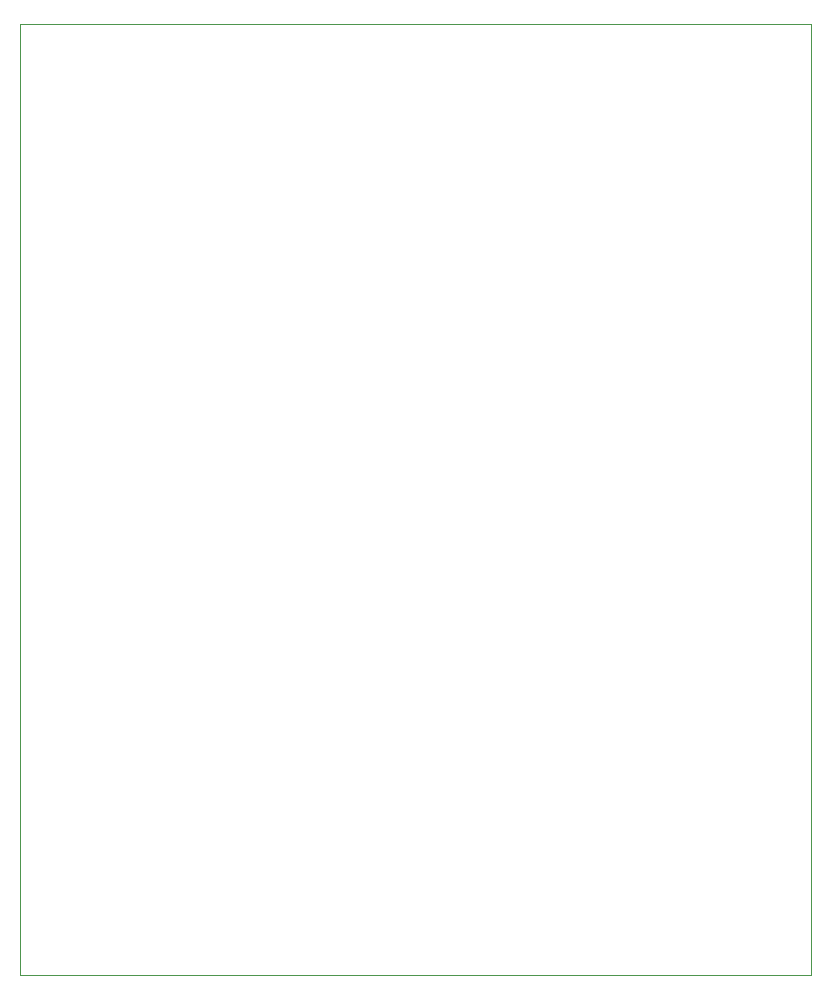
<source format=gbr>
%TF.GenerationSoftware,KiCad,Pcbnew,8.0.3*%
%TF.CreationDate,2024-09-12T01:04:43+05:30*%
%TF.ProjectId,labRF,6c616252-462e-46b6-9963-61645f706362,rev?*%
%TF.SameCoordinates,Original*%
%TF.FileFunction,Profile,NP*%
%FSLAX46Y46*%
G04 Gerber Fmt 4.6, Leading zero omitted, Abs format (unit mm)*
G04 Created by KiCad (PCBNEW 8.0.3) date 2024-09-12 01:04:43*
%MOMM*%
%LPD*%
G01*
G04 APERTURE LIST*
%TA.AperFunction,Profile*%
%ADD10C,0.050000*%
%TD*%
G04 APERTURE END LIST*
D10*
X41500000Y-27000000D02*
X108500000Y-27000000D01*
X108500000Y-107500000D01*
X41500000Y-107500000D01*
X41500000Y-27000000D01*
M02*

</source>
